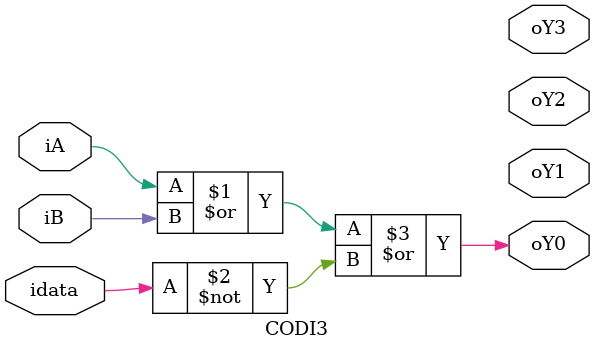
<source format=v>
module CODI3(
       input iA,
		 input iB,
		 input idata, 
		 output oY0,
		 output oY1,
		 output oY2,
		 output oY3
		 );
		 
assign oY0=(iA|iB|~idata);

endmodule 
</source>
